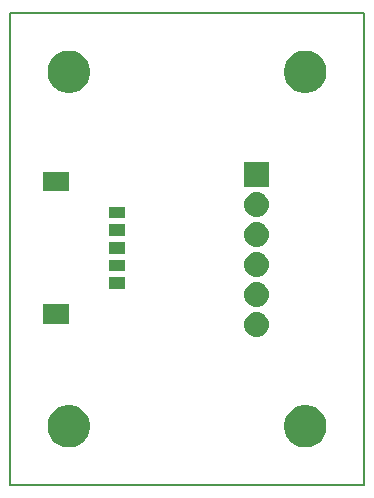
<source format=gbr>
G04 #@! TF.GenerationSoftware,KiCad,Pcbnew,5.0.1-33cea8e~68~ubuntu18.04.1*
G04 #@! TF.CreationDate,2018-10-27T22:05:16+03:00*
G04 #@! TF.ProjectId,PIC-ICSP-504050,5049432D494353502D3530343035302E,v1.0*
G04 #@! TF.SameCoordinates,Original*
G04 #@! TF.FileFunction,Soldermask,Top*
G04 #@! TF.FilePolarity,Negative*
%FSLAX46Y46*%
G04 Gerber Fmt 4.6, Leading zero omitted, Abs format (unit mm)*
G04 Created by KiCad (PCBNEW 5.0.1-33cea8e~68~ubuntu18.04.1) date la 27. lokakuuta 2018 22.05.16*
%MOMM*%
%LPD*%
G01*
G04 APERTURE LIST*
%ADD10C,0.150000*%
%ADD11C,0.100000*%
G04 APERTURE END LIST*
D10*
X50000000Y-90000000D02*
X50000000Y-50000000D01*
X50000000Y-90000000D02*
X80000000Y-90000000D01*
X80000000Y-50000000D02*
X80000000Y-90000000D01*
X50000000Y-50000000D02*
X80000000Y-50000000D01*
D11*
G36*
X75525041Y-83269173D02*
X75852620Y-83404861D01*
X76147433Y-83601849D01*
X76398151Y-83852567D01*
X76595139Y-84147380D01*
X76730827Y-84474959D01*
X76800000Y-84822716D01*
X76800000Y-85177284D01*
X76730827Y-85525041D01*
X76595139Y-85852620D01*
X76398151Y-86147433D01*
X76147433Y-86398151D01*
X75852620Y-86595139D01*
X75525041Y-86730827D01*
X75177284Y-86800000D01*
X74822716Y-86800000D01*
X74474959Y-86730827D01*
X74147380Y-86595139D01*
X73852567Y-86398151D01*
X73601849Y-86147433D01*
X73404861Y-85852620D01*
X73269173Y-85525041D01*
X73200000Y-85177284D01*
X73200000Y-84822716D01*
X73269173Y-84474959D01*
X73404861Y-84147380D01*
X73601849Y-83852567D01*
X73852567Y-83601849D01*
X74147380Y-83404861D01*
X74474959Y-83269173D01*
X74822716Y-83200000D01*
X75177284Y-83200000D01*
X75525041Y-83269173D01*
X75525041Y-83269173D01*
G37*
G36*
X55525041Y-83269173D02*
X55852620Y-83404861D01*
X56147433Y-83601849D01*
X56398151Y-83852567D01*
X56595139Y-84147380D01*
X56730827Y-84474959D01*
X56800000Y-84822716D01*
X56800000Y-85177284D01*
X56730827Y-85525041D01*
X56595139Y-85852620D01*
X56398151Y-86147433D01*
X56147433Y-86398151D01*
X55852620Y-86595139D01*
X55525041Y-86730827D01*
X55177284Y-86800000D01*
X54822716Y-86800000D01*
X54474959Y-86730827D01*
X54147380Y-86595139D01*
X53852567Y-86398151D01*
X53601849Y-86147433D01*
X53404861Y-85852620D01*
X53269173Y-85525041D01*
X53200000Y-85177284D01*
X53200000Y-84822716D01*
X53269173Y-84474959D01*
X53404861Y-84147380D01*
X53601849Y-83852567D01*
X53852567Y-83601849D01*
X54147380Y-83404861D01*
X54474959Y-83269173D01*
X54822716Y-83200000D01*
X55177284Y-83200000D01*
X55525041Y-83269173D01*
X55525041Y-83269173D01*
G37*
G36*
X71067272Y-75361395D02*
X71105836Y-75365193D01*
X71303762Y-75425233D01*
X71486171Y-75522733D01*
X71646054Y-75653946D01*
X71777267Y-75813829D01*
X71874767Y-75996238D01*
X71934807Y-76194164D01*
X71934807Y-76194166D01*
X71955081Y-76400000D01*
X71938143Y-76571961D01*
X71934807Y-76605836D01*
X71874767Y-76803762D01*
X71777267Y-76986171D01*
X71646054Y-77146054D01*
X71486171Y-77277267D01*
X71303762Y-77374767D01*
X71105836Y-77434807D01*
X71067271Y-77438605D01*
X70951584Y-77450000D01*
X70848416Y-77450000D01*
X70732729Y-77438605D01*
X70694164Y-77434807D01*
X70496238Y-77374767D01*
X70313829Y-77277267D01*
X70153946Y-77146054D01*
X70022733Y-76986171D01*
X69925233Y-76803762D01*
X69865193Y-76605836D01*
X69861857Y-76571961D01*
X69844919Y-76400000D01*
X69865193Y-76194166D01*
X69865193Y-76194164D01*
X69925233Y-75996238D01*
X70022733Y-75813829D01*
X70153946Y-75653946D01*
X70313829Y-75522733D01*
X70496238Y-75425233D01*
X70694164Y-75365193D01*
X70732728Y-75361395D01*
X70848416Y-75350000D01*
X70951584Y-75350000D01*
X71067272Y-75361395D01*
X71067272Y-75361395D01*
G37*
G36*
X55005000Y-76330000D02*
X52805000Y-76330000D01*
X52805000Y-74680000D01*
X55005000Y-74680000D01*
X55005000Y-76330000D01*
X55005000Y-76330000D01*
G37*
G36*
X71067272Y-72821395D02*
X71105836Y-72825193D01*
X71303762Y-72885233D01*
X71486171Y-72982733D01*
X71646054Y-73113946D01*
X71777267Y-73273829D01*
X71874767Y-73456238D01*
X71934807Y-73654164D01*
X71934807Y-73654166D01*
X71955081Y-73860000D01*
X71938143Y-74031961D01*
X71934807Y-74065836D01*
X71874767Y-74263762D01*
X71777267Y-74446171D01*
X71646054Y-74606054D01*
X71486171Y-74737267D01*
X71303762Y-74834767D01*
X71105836Y-74894807D01*
X71067271Y-74898605D01*
X70951584Y-74910000D01*
X70848416Y-74910000D01*
X70732729Y-74898605D01*
X70694164Y-74894807D01*
X70496238Y-74834767D01*
X70313829Y-74737267D01*
X70153946Y-74606054D01*
X70022733Y-74446171D01*
X69925233Y-74263762D01*
X69865193Y-74065836D01*
X69861857Y-74031961D01*
X69844919Y-73860000D01*
X69865193Y-73654166D01*
X69865193Y-73654164D01*
X69925233Y-73456238D01*
X70022733Y-73273829D01*
X70153946Y-73113946D01*
X70313829Y-72982733D01*
X70496238Y-72885233D01*
X70694164Y-72825193D01*
X70732728Y-72821395D01*
X70848416Y-72810000D01*
X70951584Y-72810000D01*
X71067272Y-72821395D01*
X71067272Y-72821395D01*
G37*
G36*
X59795000Y-73400000D02*
X58395000Y-73400000D01*
X58395000Y-72400000D01*
X59795000Y-72400000D01*
X59795000Y-73400000D01*
X59795000Y-73400000D01*
G37*
G36*
X71067271Y-70281395D02*
X71105836Y-70285193D01*
X71303762Y-70345233D01*
X71486171Y-70442733D01*
X71646054Y-70573946D01*
X71777267Y-70733829D01*
X71874767Y-70916238D01*
X71934807Y-71114164D01*
X71934807Y-71114166D01*
X71955081Y-71320000D01*
X71938143Y-71491961D01*
X71934807Y-71525836D01*
X71874767Y-71723762D01*
X71777267Y-71906171D01*
X71646054Y-72066054D01*
X71486171Y-72197267D01*
X71303762Y-72294767D01*
X71105836Y-72354807D01*
X71067271Y-72358605D01*
X70951584Y-72370000D01*
X70848416Y-72370000D01*
X70732729Y-72358605D01*
X70694164Y-72354807D01*
X70496238Y-72294767D01*
X70313829Y-72197267D01*
X70153946Y-72066054D01*
X70022733Y-71906171D01*
X69925233Y-71723762D01*
X69865193Y-71525836D01*
X69861857Y-71491961D01*
X69844919Y-71320000D01*
X69865193Y-71114166D01*
X69865193Y-71114164D01*
X69925233Y-70916238D01*
X70022733Y-70733829D01*
X70153946Y-70573946D01*
X70313829Y-70442733D01*
X70496238Y-70345233D01*
X70694164Y-70285193D01*
X70732729Y-70281395D01*
X70848416Y-70270000D01*
X70951584Y-70270000D01*
X71067271Y-70281395D01*
X71067271Y-70281395D01*
G37*
G36*
X59795000Y-71900000D02*
X58395000Y-71900000D01*
X58395000Y-70900000D01*
X59795000Y-70900000D01*
X59795000Y-71900000D01*
X59795000Y-71900000D01*
G37*
G36*
X59795000Y-70400000D02*
X58395000Y-70400000D01*
X58395000Y-69400000D01*
X59795000Y-69400000D01*
X59795000Y-70400000D01*
X59795000Y-70400000D01*
G37*
G36*
X71067271Y-67741395D02*
X71105836Y-67745193D01*
X71303762Y-67805233D01*
X71486171Y-67902733D01*
X71646054Y-68033946D01*
X71777267Y-68193829D01*
X71874767Y-68376238D01*
X71934807Y-68574164D01*
X71934807Y-68574166D01*
X71955081Y-68780000D01*
X71943261Y-68900000D01*
X71934807Y-68985836D01*
X71874767Y-69183762D01*
X71777267Y-69366171D01*
X71646054Y-69526054D01*
X71486171Y-69657267D01*
X71303762Y-69754767D01*
X71105836Y-69814807D01*
X71067271Y-69818605D01*
X70951584Y-69830000D01*
X70848416Y-69830000D01*
X70732729Y-69818605D01*
X70694164Y-69814807D01*
X70496238Y-69754767D01*
X70313829Y-69657267D01*
X70153946Y-69526054D01*
X70022733Y-69366171D01*
X69925233Y-69183762D01*
X69865193Y-68985836D01*
X69856739Y-68900000D01*
X69844919Y-68780000D01*
X69865193Y-68574166D01*
X69865193Y-68574164D01*
X69925233Y-68376238D01*
X70022733Y-68193829D01*
X70153946Y-68033946D01*
X70313829Y-67902733D01*
X70496238Y-67805233D01*
X70694164Y-67745193D01*
X70732729Y-67741395D01*
X70848416Y-67730000D01*
X70951584Y-67730000D01*
X71067271Y-67741395D01*
X71067271Y-67741395D01*
G37*
G36*
X59795000Y-68900000D02*
X58395000Y-68900000D01*
X58395000Y-67900000D01*
X59795000Y-67900000D01*
X59795000Y-68900000D01*
X59795000Y-68900000D01*
G37*
G36*
X59795000Y-67400000D02*
X58395000Y-67400000D01*
X58395000Y-66400000D01*
X59795000Y-66400000D01*
X59795000Y-67400000D01*
X59795000Y-67400000D01*
G37*
G36*
X71067271Y-65201395D02*
X71105836Y-65205193D01*
X71303762Y-65265233D01*
X71486171Y-65362733D01*
X71646054Y-65493946D01*
X71777267Y-65653829D01*
X71874767Y-65836238D01*
X71934807Y-66034164D01*
X71934807Y-66034166D01*
X71955081Y-66240000D01*
X71938143Y-66411961D01*
X71934807Y-66445836D01*
X71874767Y-66643762D01*
X71777267Y-66826171D01*
X71646054Y-66986054D01*
X71486171Y-67117267D01*
X71303762Y-67214767D01*
X71105836Y-67274807D01*
X71067271Y-67278605D01*
X70951584Y-67290000D01*
X70848416Y-67290000D01*
X70732729Y-67278605D01*
X70694164Y-67274807D01*
X70496238Y-67214767D01*
X70313829Y-67117267D01*
X70153946Y-66986054D01*
X70022733Y-66826171D01*
X69925233Y-66643762D01*
X69865193Y-66445836D01*
X69861857Y-66411961D01*
X69844919Y-66240000D01*
X69865193Y-66034166D01*
X69865193Y-66034164D01*
X69925233Y-65836238D01*
X70022733Y-65653829D01*
X70153946Y-65493946D01*
X70313829Y-65362733D01*
X70496238Y-65265233D01*
X70694164Y-65205193D01*
X70732729Y-65201395D01*
X70848416Y-65190000D01*
X70951584Y-65190000D01*
X71067271Y-65201395D01*
X71067271Y-65201395D01*
G37*
G36*
X55005000Y-65120000D02*
X52805000Y-65120000D01*
X52805000Y-63470000D01*
X55005000Y-63470000D01*
X55005000Y-65120000D01*
X55005000Y-65120000D01*
G37*
G36*
X71950000Y-64750000D02*
X69850000Y-64750000D01*
X69850000Y-62650000D01*
X71950000Y-62650000D01*
X71950000Y-64750000D01*
X71950000Y-64750000D01*
G37*
G36*
X55525041Y-53269173D02*
X55852620Y-53404861D01*
X56147433Y-53601849D01*
X56398151Y-53852567D01*
X56595139Y-54147380D01*
X56730827Y-54474959D01*
X56800000Y-54822716D01*
X56800000Y-55177284D01*
X56730827Y-55525041D01*
X56595139Y-55852620D01*
X56398151Y-56147433D01*
X56147433Y-56398151D01*
X55852620Y-56595139D01*
X55525041Y-56730827D01*
X55177284Y-56800000D01*
X54822716Y-56800000D01*
X54474959Y-56730827D01*
X54147380Y-56595139D01*
X53852567Y-56398151D01*
X53601849Y-56147433D01*
X53404861Y-55852620D01*
X53269173Y-55525041D01*
X53200000Y-55177284D01*
X53200000Y-54822716D01*
X53269173Y-54474959D01*
X53404861Y-54147380D01*
X53601849Y-53852567D01*
X53852567Y-53601849D01*
X54147380Y-53404861D01*
X54474959Y-53269173D01*
X54822716Y-53200000D01*
X55177284Y-53200000D01*
X55525041Y-53269173D01*
X55525041Y-53269173D01*
G37*
G36*
X75525041Y-53269173D02*
X75852620Y-53404861D01*
X76147433Y-53601849D01*
X76398151Y-53852567D01*
X76595139Y-54147380D01*
X76730827Y-54474959D01*
X76800000Y-54822716D01*
X76800000Y-55177284D01*
X76730827Y-55525041D01*
X76595139Y-55852620D01*
X76398151Y-56147433D01*
X76147433Y-56398151D01*
X75852620Y-56595139D01*
X75525041Y-56730827D01*
X75177284Y-56800000D01*
X74822716Y-56800000D01*
X74474959Y-56730827D01*
X74147380Y-56595139D01*
X73852567Y-56398151D01*
X73601849Y-56147433D01*
X73404861Y-55852620D01*
X73269173Y-55525041D01*
X73200000Y-55177284D01*
X73200000Y-54822716D01*
X73269173Y-54474959D01*
X73404861Y-54147380D01*
X73601849Y-53852567D01*
X73852567Y-53601849D01*
X74147380Y-53404861D01*
X74474959Y-53269173D01*
X74822716Y-53200000D01*
X75177284Y-53200000D01*
X75525041Y-53269173D01*
X75525041Y-53269173D01*
G37*
M02*

</source>
